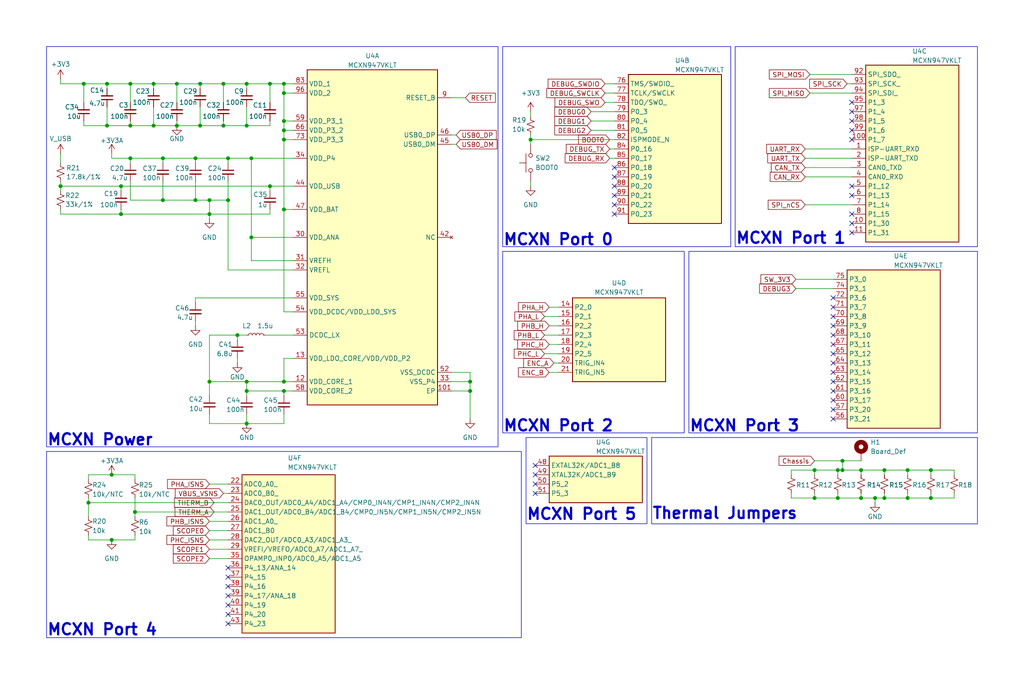
<source format=kicad_sch>
(kicad_sch (version 20250114) (generator "eeschema") (generator_version "9.0")
  (paper "User" 279.4 187.96)
  (title_block (title "OreSat Reaction Wheel Control Board (MCXN Version)") (rev "3") (company "Chris Kane-Pardy, Portland State Aerospace Society"))
  (lib_symbols
    (symbol "Device:C_Small" (pin_numbers (hide yes)) (pin_names (offset 0.254) (hide yes))
      (property "Reference" "C" (at 0.254 1.778 0))
      (property "Value" "C_Small" (at 0.254 -2.032 0))
      (symbol "C_Small_1_1"
        (pin passive line (at 0 2.54 270) (length 2.032) (name "~") (number "1"))
        (pin passive line (at 0 -2.54 90) (length 2.032) (name "~") (number "2"))
      )
    )
    (symbol "Device:L_Small" (pin_numbers (hide yes)) (pin_names (offset 0.254) (hide yes))
      (property "Reference" "L" (at 0.762 1.016 0))
      (property "Value" "L_Small" (at 0.762 -1.016 0))
      (symbol "L_Small_1_1"
        (pin passive line (at 0 2.54 270) (length 0.508) (name "~") (number "1"))
        (pin passive line (at 0 -2.54 90) (length 0.508) (name "~") (number "2"))
      )
    )
    (symbol "Device:R_Small_US" (pin_numbers (hide yes)) (pin_names (offset 0.254) (hide yes))
      (property "Reference" "R" (at 0.762 0.508 0))
      (property "Value" "R_Small_US" (at 0.762 -1.016 0))
      (symbol "R_Small_US_1_1"
        (pin passive line (at 0 2.54 270) (length 1.016) (name "~") (number "1"))
        (pin passive line (at 0 -2.54 90) (length 1.016) (name "~") (number "2"))
      )
    )
    (symbol "MCXN-rev-3-symbols:+3V3A" (power) (pin_names (offset 0))
      (property "Value" "+3V3A" (at 0 3.556 0))
      (symbol "+3V3A_1_1"
        (pin power_in line (at 0 0 90) (length 0) (hide yes) (name "+3V3A") (number "1"))
      )
    )
    (symbol "Mechanical:MountingHole_Pad" (pin_numbers (hide yes)) (pin_names (offset 1.016) (hide yes)) (in_bom no)
      (property "Reference" "H" (at 0 6.35 0))
      (property "Value" "MountingHole_Pad" (at 0 4.445 0))
      (symbol "MountingHole_Pad_1_1"
        (pin input line (at 0 -2.54 90) (length 2.54) (name "1") (number "1"))
      )
    )
    (symbol "Switch:SW_Push" (pin_numbers (hide yes)) (pin_names (offset 1.016) (hide yes))
      (property "Reference" "SW" (at 1.27 2.54 0))
      (property "Value" "SW_Push" (at 0 -1.524 0))
      (symbol "SW_Push_0_1"
        (pin passive line (at -5.08 0 0) (length 2.54) (name "1") (number "1"))
        (pin passive line (at 5.08 0 180) (length 2.54) (name "2") (number "2"))
      )
    )
    (symbol "oresat-ics:MCXN947VKLT"
      (property "Reference" "U" (at 0 49.022 0))
      (property "Value" "MCXN947VKLT" (at 0 46.99 0))
      (symbol "MCXN947VKLT_1_1"
        (pin power_in line (at -21.59 41.91 0) (length 3.81) (name "VDD_1") (number "83"))
        (pin power_in line (at -21.59 39.37 0) (length 3.81) (name "VDD_2") (number "96"))
        (pin power_in line (at -21.59 31.75 0) (length 3.81) (name "VDD_P3_1") (number "59"))
        (pin power_in line (at -21.59 29.21 0) (length 3.81) (name "VDD_P3_2") (number "66"))
        (pin power_in line (at -21.59 26.67 0) (length 3.81) (name "VDD_P3_3") (number "73"))
        (pin power_in line (at -21.59 21.59 0) (length 3.81) (name "VDD_P4") (number "34"))
        (pin power_in line (at -21.59 13.97 0) (length 3.81) (name "VDD_USB") (number "44"))
        (pin power_in line (at -21.59 7.62 0) (length 3.81) (name "VDD_BAT") (number "47"))
        (pin power_in line (at -21.59 0 0) (length 3.81) (name "VDD_ANA") (number "30"))
        (pin power_in line (at -21.59 -6.35 0) (length 3.81) (name "VREFH") (number "31"))
        (pin power_in line (at -21.59 -8.89 0) (length 3.81) (name "VREFL") (number "32"))
        (pin power_out line (at -21.59 -16.51 0) (length 3.81) (name "VDD_SYS") (number "55"))
        (pin power_in line (at -21.59 -20.32 0) (length 3.81) (name "VDD_DCDC/VDD_LDO_SYS") (number "54"))
        (pin power_out line (at -21.59 -26.67 0) (length 3.81) (name "DCDC_LX") (number "53"))
        (pin power_in line (at -21.59 -33.02 0) (length 3.81) (name "VDD_LDO_CORE/VDD/VDD_P2") (number "13"))
        (pin power_in line (at -21.59 -39.37 0) (length 3.81) (name "VDD_CORE_1") (number "12"))
        (pin power_in line (at -21.59 -41.91 0) (length 3.81) (name "VDD_CORE_2") (number "58"))
        (pin input line (at 21.59 38.1 180) (length 3.81) (name "RESET_B") (number "9"))
        (pin passive line (at 21.59 27.94 180) (length 3.81) (name "USB0_DP") (number "46"))
        (pin passive line (at 21.59 25.4 180) (length 3.81) (name "USB0_DM") (number "45"))
        (pin no_connect line (at 21.59 0 180) (length 3.81) (name "NC") (number "42"))
        (pin power_in line (at 21.59 -36.83 180) (length 3.81) (name "VSS_DCDC") (number "52"))
        (pin power_in line (at 21.59 -39.37 180) (length 3.81) (name "VSS_P4") (number "33"))
        (pin power_in line (at 21.59 -41.91 180) (length 3.81) (name "EP") (number "101"))
      )
      (symbol "MCXN947VKLT_2_1"
        (pin passive line (at -16.51 17.78 0) (length 3.81) (name "P0_0") (number "76") (alternate "TMS/SWDIO " passive line))
        (pin passive line (at -16.51 15.24 0) (length 3.81) (name "P0_1") (number "77") (alternate "TCLK/SWCLK" passive line))
        (pin passive line (at -16.51 12.7 0) (length 3.81) (name "P0_2") (number "78") (alternate "TDO/SWO " passive line))
        (pin passive line (at -16.51 10.16 0) (length 3.81) (name "P0_3") (number "79"))
        (pin passive line (at -16.51 7.62 0) (length 3.81) (name "P0_4") (number "80"))
        (pin passive line (at -16.51 5.08 0) (length 3.81) (name "P0_5") (number "81"))
        (pin passive line (at -16.51 2.54 0) (length 3.81) (name "P0_6") (number "82") (alternate "ISPMODE_N" passive line))
        (pin passive line (at -16.51 0 0) (length 3.81) (name "P0_16") (number "84"))
        (pin passive line (at -16.51 -2.54 0) (length 3.81) (name "P0_17") (number "85"))
        (pin passive line (at -16.51 -5.08 0) (length 3.81) (name "P0_18") (number "86"))
        (pin passive line (at -16.51 -7.62 0) (length 3.81) (name "P0_19") (number "87"))
        (pin passive line (at -16.51 -10.16 0) (length 3.81) (name "P0_20") (number "88"))
        (pin passive line (at -16.51 -12.7 0) (length 3.81) (name "P0_21") (number "89"))
        (pin passive line (at -16.51 -15.24 0) (length 3.81) (name "P0_22") (number "90"))
        (pin passive line (at -16.51 -17.78 0) (length 3.81) (name "P0_23") (number "91"))
      )
      (symbol "MCXN947VKLT_3_1"
        (pin passive line (at -16.51 21.59 0) (length 3.81) (name "P1_0") (number "92") (alternate "SPI_SDO " passive line))
        (pin passive line (at -16.51 19.05 0) (length 3.81) (name "P1_1") (number "93") (alternate "SPI_SCK " passive line))
        (pin passive line (at -16.51 16.51 0) (length 3.81) (name "P1_2") (number "94") (alternate "SPI_SDI " passive line))
        (pin passive line (at -16.51 13.97 0) (length 3.81) (name "P1_3") (number "95"))
        (pin passive line (at -16.51 11.43 0) (length 3.81) (name "P1_4") (number "97"))
        (pin passive line (at -16.51 8.89 0) (length 3.81) (name "P1_5") (number "98"))
        (pin passive line (at -16.51 6.35 0) (length 3.81) (name "P1_6") (number "99"))
        (pin passive line (at -16.51 3.81 0) (length 3.81) (name "P1_7") (number "100"))
        (pin passive line (at -16.51 1.27 0) (length 3.81) (name "P1_8") (number "1") (alternate "ISP-UART_RXD" passive line))
        (pin passive line (at -16.51 -1.27 0) (length 3.81) (name "P1_9") (number "2") (alternate "ISP-UART_TXD" passive line))
        (pin passive line (at -16.51 -3.81 0) (length 3.81) (name "P1_10") (number "3") (alternate "CAN0_TXD" passive line))
        (pin passive line (at -16.51 -6.35 0) (length 3.81) (name "P1_11") (number "4") (alternate "CAN0_RXD" passive line))
        (pin passive line (at -16.51 -8.89 0) (length 3.81) (name "P1_12") (number "5"))
        (pin passive line (at -16.51 -11.43 0) (length 3.81) (name "P1_13") (number "6"))
        (pin passive line (at -16.51 -13.97 0) (length 3.81) (name "P1_14") (number "7"))
        (pin passive line (at -16.51 -16.51 0) (length 3.81) (name "P1_15") (number "8"))
        (pin passive line (at -16.51 -19.05 0) (length 3.81) (name "P1_30") (number "10"))
        (pin passive line (at -16.51 -21.59 0) (length 3.81) (name "P1_31") (number "11"))
      )
      (symbol "MCXN947VKLT_4_1"
        (pin passive line (at -16.51 8.89 0) (length 3.81) (name "P2_0") (number "14") (alternate "TRIG_IN5" passive line))
        (pin passive line (at -16.51 6.35 0) (length 3.81) (name "P2_1") (number "15"))
        (pin passive line (at -16.51 3.81 0) (length 3.81) (name "P2_2") (number "16"))
        (pin passive line (at -16.51 1.27 0) (length 3.81) (name "P2_3") (number "17"))
        (pin passive line (at -16.51 -1.27 0) (length 3.81) (name "P2_4") (number "18"))
        (pin passive line (at -16.51 -3.81 0) (length 3.81) (name "P2_5") (number "19"))
        (pin passive line (at -16.51 -6.35 0) (length 3.81) (name "P2_6") (number "20") (alternate "TRIG_IN4" passive line))
        (pin passive line (at -16.51 -8.89 0) (length 3.81) (name "P2_7") (number "21") (alternate "TRIG_IN5" passive line))
      )
      (symbol "MCXN947VKLT_5_1"
        (pin passive line (at -16.51 19.05 0) (length 3.81) (name "P3_0") (number "75"))
        (pin passive line (at -16.51 16.51 0) (length 3.81) (name "P3_1") (number "74"))
        (pin passive line (at -16.51 13.97 0) (length 3.81) (name "P3_6") (number "72"))
        (pin passive line (at -16.51 11.43 0) (length 3.81) (name "P3_7") (number "71"))
        (pin passive line (at -16.51 8.89 0) (length 3.81) (name "P3_8") (number "70"))
        (pin passive line (at -16.51 6.35 0) (length 3.81) (name "P3_9") (number "69"))
        (pin passive line (at -16.51 3.81 0) (length 3.81) (name "P3_10") (number "68"))
        (pin passive line (at -16.51 1.27 0) (length 3.81) (name "P3_11") (number "67"))
        (pin passive line (at -16.51 -1.27 0) (length 3.81) (name "P3_12") (number "65"))
        (pin passive line (at -16.51 -3.81 0) (length 3.81) (name "P3_13") (number "64"))
        (pin passive line (at -16.51 -6.35 0) (length 3.81) (name "P3_14") (number "63"))
        (pin passive line (at -16.51 -8.89 0) (length 3.81) (name "P3_15") (number "62"))
        (pin passive line (at -16.51 -11.43 0) (length 3.81) (name "P3_16") (number "61"))
        (pin passive line (at -16.51 -13.97 0) (length 3.81) (name "P3_17") (number "60"))
        (pin passive line (at -16.51 -16.51 0) (length 3.81) (name "P3_20") (number "57"))
        (pin passive line (at -16.51 -19.05 0) (length 3.81) (name "P3_21") (number "56"))
      )
      (symbol "MCXN947VKLT_6_1"
        (pin passive line (at -16.51 19.05 0) (length 3.81) (name "P4_0/ANA_0") (number "22") (alternate "ADC0_A0 " passive line))
        (pin passive line (at -16.51 16.51 0) (length 3.81) (name "P4_1/ANA_1") (number "23") (alternate "ADC0_B0 " passive line))
        (pin passive line (at -16.51 13.97 0) (length 3.81) (name "P4_2") (number "24") (alternate "DAC0_OUT/ADC0_A4/ADC1_A4/CMP0_IN4N/CMP1_IN4N/CMP2_IN4N" passive line))
        (pin passive line (at -16.51 11.43 0) (length 3.81) (name "P4_3") (number "25") (alternate "DAC1_OUT/ADC0_B4/ADC1_B4/CMP0_IN5N/CMP1_IN5N/CMP2_IN5N" passive line))
        (pin passive line (at -16.51 8.89 0) (length 3.81) (name "P4_4/ANA_4") (number "26") (alternate "ADC1_A0 " passive line))
        (pin passive line (at -16.51 6.35 0) (length 3.81) (name "P4_5/ANA_5") (number "27") (alternate "ADC1_B0" passive line))
        (pin passive line (at -16.51 3.81 0) (length 3.81) (name "P4_6/ANA_6") (number "28") (alternate "DAC2_OUT/ADC0_A3/ADC1_A3 " passive line))
        (pin passive line (at -16.51 1.27 0) (length 3.81) (name "P4_7/ANA_7") (number "29") (alternate "VREFI/VREFO/ADC0_A7/ADC1_A7 " passive line))
        (pin passive line (at -16.51 -1.27 0) (length 3.81) (name "P4_12") (number "35") (alternate "CAN0_RXD" passive line) (alternate "OPAMP0_INP0/ADC0_A5/ADC1_A5" passive line))
        (pin passive line (at -16.51 -3.81 0) (length 3.81) (name "P4_13/ANA_14") (number "36") (alternate "CAN0_TXD" passive line))
        (pin passive line (at -16.51 -6.35 0) (length 3.81) (name "P4_15") (number "37"))
        (pin passive line (at -16.51 -8.89 0) (length 3.81) (name "P4_16") (number "38"))
        (pin passive line (at -16.51 -11.43 0) (length 3.81) (name "P4_17/ANA_18") (number "39"))
        (pin passive line (at -16.51 -13.97 0) (length 3.81) (name "P4_19") (number "40"))
        (pin passive line (at -16.51 -16.51 0) (length 3.81) (name "P4_20") (number "41"))
        (pin passive line (at -16.51 -19.05 0) (length 3.81) (name "P4_23") (number "43"))
      )
      (symbol "MCXN947VKLT_7_1"
        (pin passive line (at -16.51 3.81 0) (length 3.81) (name "P5_0") (number "48") (alternate "EXTAL32K/ADC1_B8" passive line))
        (pin passive line (at -16.51 1.27 0) (length 3.81) (name "P5_1") (number "49") (alternate "XTAL32K/ADC1_B9" passive line))
        (pin passive line (at -16.51 -1.27 0) (length 3.81) (name "P5_2") (number "50"))
        (pin passive line (at -16.51 -3.81 0) (length 3.81) (name "P5_3") (number "51"))
      )
    )
    (symbol "power:+3V3" (power) (pin_numbers (hide yes)) (pin_names (offset 0) (hide yes))
      (property "Value" "+3V3" (at 0 3.556 0))
      (symbol "+3V3_1_1"
        (pin power_in line (at 0 0 90) (length 0) (name "~") (number "1"))
      )
    )
    (symbol "power:GND" (power) (pin_numbers (hide yes)) (pin_names (offset 0) (hide yes))
      (property "Value" "GND" (at 0 -3.81 0))
      (symbol "GND_1_1"
        (pin power_in line (at 0 0 270) (length 0) (name "~") (number "1"))
      )
    )
  )
  (rectangle (start 187.96 68.58) (end 266.7 118.11))
  (rectangle (start 177.8 119.38) (end 266.7 142.9347))
  (rectangle (start 200.5924 12.6999) (end 266.7 67.3099))
  (rectangle (start 12.7 123.19) (end 142.24 173.99))
  (rectangle (start 137.16 68.58) (end 186.69 118.11))
  (rectangle (start 143.5316 119.3799) (end 176.53 142.9007))
  (rectangle (start 137.16 12.7) (end 199.39 67.31))
  (rectangle (start 12.7 12.7) (end 135.89 121.92))
  (text "MCXN Port 3" (at 187.96 118.11 0) (effects (font (size 3.048 3.048) (thickness 0.6096) (bold yes)) (justify left bottom)))
  (text "MCXN Port 0\n" (at 137.16 67.31 0) (effects (font (size 3.048 3.048) (thickness 0.6) (bold yes)) (justify left bottom)))
  (text "MCXN Port 4" (at 12.7 173.736 0) (effects (font (size 3.048 3.048) (thickness 0.6096) (bold yes)) (justify left bottom)))
  (text "Thermal Jumpers" (at 177.8 141.986 0) (effects (font (size 3.048 3.048) (thickness 0.6096) (bold yes)) (justify left bottom)))
  (text "MCXN Power" (at 12.7 121.92 0) (effects (font (size 3.048 3.048) (thickness 0.6096) (bold yes)) (justify left bottom)))
  (text "MCXN Port 1" (at 200.5924 66.9043 0) (effects (font (size 3.048 3.048) (thickness 0.6096) (bold yes)) (justify left bottom)))
  (text "MCXN Port 5" (at 143.51 142.24 0) (effects (font (size 3.048 3.048) (thickness 0.6096) (bold yes)) (justify left bottom)))
  (text "MCXN Port 2" (at 137.16 118.11 0) (effects (font (size 3.048 3.048) (thickness 0.6096) (bold yes)) (justify left bottom)))
  (junction (at 35.56 43.18))
  (junction (at 228.6 128.27))
  (junction (at 54.61 34.29))
  (junction (at 247.65 135.89))
  (junction (at 229.87 125.73))
  (junction (at 222.25 135.89))
  (junction (at 68.58 43.18))
  (junction (at 35.56 22.86))
  (junction (at 30.48 147.32))
  (junction (at 67.31 104.14))
  (junction (at 128.27 104.14))
  (junction (at 29.21 34.29))
  (junction (at 128.27 106.68))
  (junction (at 241.3 128.27))
  (junction (at 36.83 139.7))
  (junction (at 144.78 38.1))
  (junction (at 67.31 115.57))
  (junction (at 44.45 43.18))
  (junction (at 67.31 106.68))
  (junction (at 53.34 43.18))
  (junction (at 44.45 54.61))
  (junction (at 229.87 128.27))
  (junction (at 68.58 64.77))
  (junction (at 16.51 50.8))
  (junction (at 33.02 58.42))
  (junction (at 62.23 43.18))
  (junction (at 73.66 50.8))
  (junction (at 54.61 22.86))
  (junction (at 234.95 135.89))
  (junction (at 77.47 106.68))
  (junction (at 57.15 104.14))
  (junction (at 60.96 34.29))
  (junction (at 67.31 22.86))
  (junction (at 77.47 57.15))
  (junction (at 53.34 54.61))
  (junction (at 41.91 22.86))
  (junction (at 77.47 35.56))
  (junction (at 238.76 135.89))
  (junction (at 24.13 137.16))
  (junction (at 41.91 34.29))
  (junction (at 57.15 58.42))
  (junction (at 29.21 22.86))
  (junction (at 67.31 34.29))
  (junction (at 77.47 22.86))
  (junction (at 254 135.89))
  (junction (at 33.02 50.8))
  (junction (at 254 128.27))
  (junction (at 234.95 128.27))
  (junction (at 241.3 135.89))
  (junction (at 57.15 54.61))
  (junction (at 22.86 22.86))
  (junction (at 30.48 129.54))
  (junction (at 62.23 54.61))
  (junction (at 77.47 104.14))
  (junction (at 48.26 22.86))
  (junction (at 77.47 25.4))
  (junction (at 64.77 91.44))
  (junction (at 35.56 34.29))
  (junction (at 77.47 33.02))
  (junction (at 77.47 38.1))
  (junction (at 73.66 22.86))
  (junction (at 48.26 34.29))
  (junction (at 222.25 128.27))
  (junction (at 228.6 135.89))
  (junction (at 247.65 128.27))
  (junction (at 60.96 22.86))
  (no_connect (at 146.05 129.54))
  (no_connect (at 62.23 160.02))
  (no_connect (at 227.33 111.76))
  (no_connect (at 232.41 60.96))
  (no_connect (at 167.64 45.72))
  (no_connect (at 227.33 104.14))
  (no_connect (at 227.33 91.44))
  (no_connect (at 227.33 114.3))
  (no_connect (at 232.41 30.48))
  (no_connect (at 146.05 134.62))
  (no_connect (at 232.41 53.34))
  (no_connect (at 62.23 170.18))
  (no_connect (at 232.41 63.5))
  (no_connect (at 62.23 154.94))
  (no_connect (at 227.33 93.98))
  (no_connect (at 62.23 157.48))
  (no_connect (at 167.64 55.88))
  (no_connect (at 227.33 99.06))
  (no_connect (at 232.41 35.56))
  (no_connect (at 227.33 96.52))
  (no_connect (at 227.33 81.28))
  (no_connect (at 146.05 132.08))
  (no_connect (at 232.41 27.94))
  (no_connect (at 227.33 88.9))
  (no_connect (at 227.33 109.22))
  (no_connect (at 232.41 58.42))
  (no_connect (at 167.64 53.34))
  (no_connect (at 227.33 83.82))
  (no_connect (at 232.41 50.8))
  (no_connect (at 167.64 48.26))
  (no_connect (at 232.41 33.02))
  (no_connect (at 167.64 50.8))
  (no_connect (at 62.23 162.56))
  (no_connect (at 227.33 86.36))
  (no_connect (at 167.64 58.42))
  (no_connect (at 227.33 106.68))
  (no_connect (at 62.23 167.64))
  (no_connect (at 62.23 165.1))
  (no_connect (at 146.05 127))
  (no_connect (at 232.41 38.1))
  (no_connect (at 227.33 101.6))
  (wire (pts (xy 67.31 115.57) (xy 77.47 115.57)))
  (wire (pts (xy 57.15 91.44) (xy 57.15 104.14)))
  (wire (pts (xy 232.41 55.88) (xy 219.71 55.88)))
  (wire (pts (xy 73.66 50.8) (xy 80.01 50.8)))
  (wire (pts (xy 33.02 58.42) (xy 57.15 58.42)))
  (wire (pts (xy 24.13 137.16) (xy 24.13 140.97)))
  (wire (pts (xy 24.13 137.16) (xy 62.23 137.16)))
  (wire (pts (xy 77.47 35.56) (xy 80.01 35.56)))
  (wire (pts (xy 247.65 135.89) (xy 247.65 134.62)))
  (wire (pts (xy 77.47 97.79) (xy 77.47 104.14)))
  (wire (pts (xy 80.01 22.86) (xy 77.47 22.86)))
  (wire (pts (xy 215.9 129.54) (xy 215.9 128.27)))
  (wire (pts (xy 80.01 57.15) (xy 77.47 57.15)))
  (wire (pts (xy 53.34 43.18) (xy 62.23 43.18)))
  (wire (pts (xy 35.56 22.86) (xy 41.91 22.86)))
  (wire (pts (xy 48.26 33.02) (xy 48.26 34.29)))
  (wire (pts (xy 232.41 40.64) (xy 219.71 40.64)))
  (wire (pts (xy 234.95 135.89) (xy 234.95 134.62)))
  (wire (pts (xy 80.01 73.66) (xy 62.23 73.66)))
  (wire (pts (xy 35.56 44.45) (xy 35.56 43.18)))
  (wire (pts (xy 57.15 54.61) (xy 53.34 54.61)))
  (wire (pts (xy 44.45 43.18) (xy 53.34 43.18)))
  (wire (pts (xy 73.66 22.86) (xy 77.47 22.86)))
  (wire (pts (xy 54.61 29.21) (xy 54.61 34.29)))
  (wire (pts (xy 44.45 49.53) (xy 44.45 54.61)))
  (wire (pts (xy 41.91 22.86) (xy 48.26 22.86)))
  (wire (pts (xy 128.27 106.68) (xy 128.27 104.14)))
  (wire (pts (xy 54.61 24.13) (xy 54.61 22.86)))
  (wire (pts (xy 123.19 106.68) (xy 128.27 106.68)))
  (wire (pts (xy 44.45 54.61) (xy 35.56 54.61)))
  (wire (pts (xy 24.13 147.32) (xy 30.48 147.32)))
  (wire (pts (xy 77.47 38.1) (xy 80.01 38.1)))
  (wire (pts (xy 24.13 129.54) (xy 30.48 129.54)))
  (wire (pts (xy 73.66 27.94) (xy 73.66 22.86)))
  (wire (pts (xy 144.78 30.48) (xy 144.78 31.75)))
  (wire (pts (xy 36.83 146.05) (xy 36.83 147.32)))
  (wire (pts (xy 165.1 27.94) (xy 167.64 27.94)))
  (wire (pts (xy 67.31 29.21) (xy 67.31 34.29)))
  (wire (pts (xy 220.98 20.32) (xy 232.41 20.32)))
  (wire (pts (xy 36.83 140.97) (xy 36.83 139.7)))
  (wire (pts (xy 152.4 93.98) (xy 149.86 93.98)))
  (wire (pts (xy 77.47 38.1) (xy 77.47 35.56)))
  (wire (pts (xy 44.45 43.18) (xy 44.45 44.45)))
  (wire (pts (xy 215.9 135.89) (xy 215.9 134.62)))
  (wire (pts (xy 62.23 54.61) (xy 57.15 54.61)))
  (wire (pts (xy 60.96 34.29) (xy 60.96 33.02)))
  (wire (pts (xy 123.19 101.6) (xy 128.27 101.6)))
  (wire (pts (xy 152.4 83.82) (xy 149.86 83.82)))
  (wire (pts (xy 222.25 135.89) (xy 222.25 134.62)))
  (wire (pts (xy 229.87 125.73) (xy 234.95 125.73)))
  (wire (pts (xy 77.47 104.14) (xy 80.01 104.14)))
  (wire (pts (xy 35.56 27.94) (xy 35.56 22.86)))
  (wire (pts (xy 77.47 57.15) (xy 77.47 85.09)))
  (wire (pts (xy 254 135.89) (xy 260.35 135.89)))
  (wire (pts (xy 67.31 106.68) (xy 67.31 104.14)))
  (wire (pts (xy 67.31 34.29) (xy 73.66 34.29)))
  (wire (pts (xy 254 135.89) (xy 254 134.62)))
  (wire (pts (xy 16.51 41.91) (xy 16.51 44.45)))
  (wire (pts (xy 41.91 34.29) (xy 41.91 29.21)))
  (wire (pts (xy 229.87 128.27) (xy 234.95 128.27)))
  (wire (pts (xy 144.78 38.1) (xy 167.64 38.1)))
  (wire (pts (xy 53.34 81.28) (xy 80.01 81.28)))
  (wire (pts (xy 222.25 125.73) (xy 229.87 125.73)))
  (wire (pts (xy 222.25 129.54) (xy 222.25 128.27)))
  (wire (pts (xy 57.15 104.14) (xy 57.15 107.95)))
  (wire (pts (xy 57.15 147.32) (xy 62.23 147.32)))
  (wire (pts (xy 254 129.54) (xy 254 128.27)))
  (wire (pts (xy 241.3 135.89) (xy 241.3 134.62)))
  (wire (pts (xy 227.33 78.74) (xy 217.17 78.74)))
  (wire (pts (xy 247.65 128.27) (xy 254 128.27)))
  (wire (pts (xy 123.19 39.37) (xy 124.46 39.37)))
  (wire (pts (xy 77.47 25.4) (xy 80.01 25.4)))
  (wire (pts (xy 54.61 34.29) (xy 60.96 34.29)))
  (wire (pts (xy 232.41 43.18) (xy 219.71 43.18)))
  (wire (pts (xy 148.59 96.52) (xy 152.4 96.52)))
  (wire (pts (xy 80.01 33.02) (xy 77.47 33.02)))
  (wire (pts (xy 67.31 104.14) (xy 77.47 104.14)))
  (wire (pts (xy 128.27 104.14) (xy 128.27 101.6)))
  (wire (pts (xy 57.15 149.86) (xy 62.23 149.86)))
  (wire (pts (xy 29.21 24.13) (xy 29.21 22.86)))
  (wire (pts (xy 24.13 135.89) (xy 24.13 137.16)))
  (wire (pts (xy 22.86 22.86) (xy 22.86 27.94)))
  (wire (pts (xy 234.95 128.27) (xy 241.3 128.27)))
  (wire (pts (xy 68.58 43.18) (xy 80.01 43.18)))
  (wire (pts (xy 234.95 135.89) (xy 238.76 135.89)))
  (wire (pts (xy 16.51 49.53) (xy 16.51 50.8)))
  (wire (pts (xy 241.3 135.89) (xy 247.65 135.89)))
  (wire (pts (xy 228.6 135.89) (xy 228.6 134.62)))
  (wire (pts (xy 123.19 26.67) (xy 127 26.67)))
  (wire (pts (xy 62.23 44.45) (xy 62.23 43.18)))
  (wire (pts (xy 77.47 33.02) (xy 77.47 25.4)))
  (wire (pts (xy 68.58 71.12) (xy 68.58 64.77)))
  (wire (pts (xy 36.83 135.89) (xy 36.83 139.7)))
  (wire (pts (xy 144.78 38.1) (xy 144.78 39.37)))
  (wire (pts (xy 148.59 91.44) (xy 152.4 91.44)))
  (wire (pts (xy 123.19 104.14) (xy 128.27 104.14)))
  (wire (pts (xy 228.6 129.54) (xy 228.6 128.27)))
  (wire (pts (xy 57.15 115.57) (xy 57.15 113.03)))
  (wire (pts (xy 232.41 45.72) (xy 219.71 45.72)))
  (wire (pts (xy 53.34 49.53) (xy 53.34 54.61)))
  (wire (pts (xy 22.86 22.86) (xy 29.21 22.86)))
  (wire (pts (xy 215.9 128.27) (xy 222.25 128.27)))
  (wire (pts (xy 73.66 33.02) (xy 73.66 34.29)))
  (wire (pts (xy 29.21 34.29) (xy 35.56 34.29)))
  (wire (pts (xy 53.34 43.18) (xy 53.34 44.45)))
  (wire (pts (xy 165.1 22.86) (xy 167.64 22.86)))
  (wire (pts (xy 35.56 34.29) (xy 41.91 34.29)))
  (wire (pts (xy 30.48 129.54) (xy 36.83 129.54)))
  (wire (pts (xy 231.14 22.86) (xy 232.41 22.86)))
  (wire (pts (xy 62.23 73.66) (xy 62.23 54.61)))
  (wire (pts (xy 41.91 34.29) (xy 48.26 34.29)))
  (wire (pts (xy 228.6 128.27) (xy 229.87 128.27)))
  (wire (pts (xy 64.77 92.71) (xy 64.77 91.44)))
  (wire (pts (xy 241.3 129.54) (xy 241.3 128.27)))
  (wire (pts (xy 57.15 54.61) (xy 57.15 58.42)))
  (wire (pts (xy 77.47 35.56) (xy 77.47 33.02)))
  (wire (pts (xy 57.15 152.4) (xy 62.23 152.4)))
  (wire (pts (xy 80.01 64.77) (xy 68.58 64.77)))
  (wire (pts (xy 77.47 115.57) (xy 77.47 113.03)))
  (wire (pts (xy 152.4 88.9) (xy 149.86 88.9)))
  (wire (pts (xy 220.98 25.4) (xy 232.41 25.4)))
  (wire (pts (xy 54.61 22.86) (xy 60.96 22.86)))
  (wire (pts (xy 16.51 52.07) (xy 16.51 50.8)))
  (wire (pts (xy 67.31 107.95) (xy 67.31 106.68)))
  (wire (pts (xy 16.51 58.42) (xy 33.02 58.42)))
  (wire (pts (xy 36.83 129.54) (xy 36.83 130.81)))
  (wire (pts (xy 222.25 128.27) (xy 228.6 128.27)))
  (wire (pts (xy 67.31 106.68) (xy 77.47 106.68)))
  (wire (pts (xy 16.51 58.42) (xy 16.51 57.15)))
  (wire (pts (xy 72.39 91.44) (xy 80.01 91.44)))
  (wire (pts (xy 228.6 135.89) (xy 234.95 135.89)))
  (wire (pts (xy 33.02 57.15) (xy 33.02 58.42)))
  (wire (pts (xy 77.47 22.86) (xy 77.47 25.4)))
  (wire (pts (xy 123.19 36.83) (xy 124.46 36.83)))
  (wire (pts (xy 57.15 115.57) (xy 67.31 115.57)))
  (wire (pts (xy 16.51 22.86) (xy 22.86 22.86)))
  (wire (pts (xy 24.13 130.81) (xy 24.13 129.54)))
  (wire (pts (xy 247.65 135.89) (xy 254 135.89)))
  (wire (pts (xy 36.83 139.7) (xy 62.23 139.7)))
  (wire (pts (xy 30.48 43.18) (xy 35.56 43.18)))
  (wire (pts (xy 22.86 33.02) (xy 22.86 34.29)))
  (wire (pts (xy 67.31 115.57) (xy 67.31 113.03)))
  (wire (pts (xy 53.34 54.61) (xy 44.45 54.61)))
  (wire (pts (xy 53.34 81.28) (xy 53.34 82.55)))
  (wire (pts (xy 60.96 22.86) (xy 67.31 22.86)))
  (wire (pts (xy 48.26 22.86) (xy 54.61 22.86)))
  (wire (pts (xy 35.56 43.18) (xy 44.45 43.18)))
  (wire (pts (xy 48.26 27.94) (xy 48.26 22.86)))
  (wire (pts (xy 57.15 58.42) (xy 73.66 58.42)))
  (wire (pts (xy 22.86 34.29) (xy 29.21 34.29)))
  (wire (pts (xy 64.77 91.44) (xy 57.15 91.44)))
  (wire (pts (xy 53.34 87.63) (xy 53.34 88.9)))
  (wire (pts (xy 24.13 147.32) (xy 24.13 146.05)))
  (wire (pts (xy 57.15 58.42) (xy 57.15 59.69)))
  (wire (pts (xy 80.01 97.79) (xy 77.47 97.79)))
  (wire (pts (xy 30.48 43.18) (xy 30.48 41.91)))
  (wire (pts (xy 41.91 24.13) (xy 41.91 22.86)))
  (wire (pts (xy 232.41 48.26) (xy 219.71 48.26)))
  (wire (pts (xy 62.23 144.78) (xy 57.15 144.78)))
  (wire (pts (xy 33.02 50.8) (xy 73.66 50.8)))
  (wire (pts (xy 60.96 34.29) (xy 67.31 34.29)))
  (wire (pts (xy 167.64 35.56) (xy 161.29 35.56)))
  (wire (pts (xy 35.56 33.02) (xy 35.56 34.29)))
  (wire (pts (xy 167.64 30.48) (xy 161.29 30.48)))
  (wire (pts (xy 167.64 33.02) (xy 161.29 33.02)))
  (wire (pts (xy 62.23 134.62) (xy 60.96 134.62)))
  (wire (pts (xy 144.78 36.83) (xy 144.78 38.1)))
  (wire (pts (xy 260.35 135.89) (xy 260.35 134.62)))
  (wire (pts (xy 77.47 106.68) (xy 80.01 106.68)))
  (wire (pts (xy 77.47 107.95) (xy 77.47 106.68)))
  (wire (pts (xy 222.25 135.89) (xy 228.6 135.89)))
  (wire (pts (xy 148.59 86.36) (xy 152.4 86.36)))
  (wire (pts (xy 217.17 76.2) (xy 227.33 76.2)))
  (wire (pts (xy 241.3 128.27) (xy 247.65 128.27)))
  (wire (pts (xy 238.76 137.16) (xy 238.76 135.89)))
  (wire (pts (xy 128.27 114.3) (xy 128.27 106.68)))
  (wire (pts (xy 35.56 54.61) (xy 35.56 49.53)))
  (wire (pts (xy 67.31 24.13) (xy 67.31 22.86)))
  (wire (pts (xy 64.77 97.79) (xy 64.77 99.06)))
  (wire (pts (xy 260.35 129.54) (xy 260.35 128.27)))
  (wire (pts (xy 73.66 57.15) (xy 73.66 58.42)))
  (wire (pts (xy 62.23 43.18) (xy 68.58 43.18)))
  (wire (pts (xy 16.51 22.86) (xy 16.51 21.59)))
  (wire (pts (xy 16.51 50.8) (xy 33.02 50.8)))
  (wire (pts (xy 229.87 125.73) (xy 229.87 128.27)))
  (wire (pts (xy 57.15 104.14) (xy 67.31 104.14)))
  (wire (pts (xy 234.95 129.54) (xy 234.95 128.27)))
  (wire (pts (xy 48.26 34.29) (xy 54.61 34.29)))
  (wire (pts (xy 149.86 101.6) (xy 152.4 101.6)))
  (wire (pts (xy 260.35 128.27) (xy 254 128.27)))
  (wire (pts (xy 151.13 99.06) (xy 152.4 99.06)))
  (wire (pts (xy 80.01 71.12) (xy 68.58 71.12)))
  (wire (pts (xy 73.66 50.8) (xy 73.66 52.07)))
  (wire (pts (xy 33.02 50.8) (xy 33.02 52.07)))
  (wire (pts (xy 166.37 43.18) (xy 167.64 43.18)))
  (wire (pts (xy 30.48 147.32) (xy 36.83 147.32)))
  (wire (pts (xy 62.23 54.61) (xy 62.23 49.53)))
  (wire (pts (xy 166.37 40.64) (xy 167.64 40.64)))
  (wire (pts (xy 77.47 85.09) (xy 80.01 85.09)))
  (wire (pts (xy 29.21 22.86) (xy 35.56 22.86)))
  (wire (pts (xy 60.96 27.94) (xy 60.96 22.86)))
  (wire (pts (xy 238.76 135.89) (xy 241.3 135.89)))
  (wire (pts (xy 29.21 34.29) (xy 29.21 29.21)))
  (wire (pts (xy 165.1 25.4) (xy 167.64 25.4)))
  (wire (pts (xy 68.58 43.18) (xy 68.58 64.77)))
  (wire (pts (xy 64.77 91.44) (xy 67.31 91.44)))
  (wire (pts (xy 247.65 129.54) (xy 247.65 128.27)))
  (wire (pts (xy 62.23 142.24) (xy 57.15 142.24)))
  (wire (pts (xy 62.23 132.08) (xy 57.15 132.08)))
  (wire (pts (xy 144.78 49.53) (xy 144.78 50.8)))
  (wire (pts (xy 215.9 135.89) (xy 222.25 135.89)))
  (wire (pts (xy 77.47 38.1) (xy 77.47 57.15)))
  (wire (pts (xy 67.31 22.86) (xy 73.66 22.86)))
  (global_label "PHC_H" (shape input) (at 149.86 93.98 180) (property "Intersheetrefs" "${INTERSHEET_REFS}" (effects (hide yes))))
  (global_label "PHA_H" (shape input) (at 149.86 83.82 180) (property "Intersheetrefs" "${INTERSHEET_REFS}" (effects (hide yes))))
  (global_label "Chassis" (shape input) (at 222.25 125.73 180) (property "Intersheetrefs" "${INTERSHEET_REFS}" (effects (hide yes))))
  (global_label "THERM_B" (shape input) (at 58.42 137.16 180) (property "Intersheetrefs" "${INTERSHEET_REFS}" (effects (hide yes))))
  (global_label "DEBUG1" (shape input) (at 161.29 33.02 180) (property "Intersheetrefs" "${INTERSHEET_REFS}" (effects (hide yes))))
  (global_label "DEBUG2" (shape input) (at 161.29 35.56 180) (property "Intersheetrefs" "${INTERSHEET_REFS}" (effects (hide yes))))
  (global_label "PHB_L" (shape input) (at 148.59 91.44 180) (property "Intersheetrefs" "${INTERSHEET_REFS}" (effects (hide yes))))
  (global_label "SCOPE0" (shape input) (at 57.15 144.78 180) (property "Intersheetrefs" "${INTERSHEET_REFS}" (effects (hide yes))))
  (global_label "PHB_ISNS" (shape input) (at 57.15 142.24 180) (property "Intersheetrefs" "${INTERSHEET_REFS}" (effects (hide yes))))
  (global_label "BOOT0" (shape input) (at 166.37 38.1 180) (property "Intersheetrefs" "${INTERSHEET_REFS}" (effects (hide yes))))
  (global_label "DEBUG_SWDIO" (shape input) (at 165.1 22.86 180) (property "Intersheetrefs" "${INTERSHEET_REFS}" (effects (hide yes))))
  (global_label "DEBUG_SWCLK" (shape input) (at 165.1 25.4 180) (property "Intersheetrefs" "${INTERSHEET_REFS}" (effects (hide yes))))
  (global_label "DEBUG_RX" (shape input) (at 166.37 43.18 180) (property "Intersheetrefs" "${INTERSHEET_REFS}" (effects (hide yes))))
  (global_label "UART_RX" (shape input) (at 219.71 40.64 180) (property "Intersheetrefs" "${INTERSHEET_REFS}" (effects (hide yes))))
  (global_label "DEBUG_SWO" (shape input) (at 165.1 27.94 180) (property "Intersheetrefs" "${INTERSHEET_REFS}" (effects (hide yes))))
  (global_label "DEBUG_TX" (shape input) (at 166.37 40.64 180) (property "Intersheetrefs" "${INTERSHEET_REFS}" (effects (hide yes))))
  (global_label "USB0_DM" (shape input) (at 124.46 39.37 0) (property "Intersheetrefs" "${INTERSHEET_REFS}" (effects (hide yes))))
  (global_label "SCOPE1" (shape input) (at 57.15 149.86 180) (property "Intersheetrefs" "${INTERSHEET_REFS}" (effects (hide yes))))
  (global_label "PHC_L" (shape input) (at 148.59 96.52 180) (property "Intersheetrefs" "${INTERSHEET_REFS}" (effects (hide yes))))
  (global_label "SPI_MOSI" (shape input) (at 220.98 20.32 180) (property "Intersheetrefs" "${INTERSHEET_REFS}" (effects (hide yes))))
  (global_label "PHB_H" (shape input) (at 149.86 88.9 180) (property "Intersheetrefs" "${INTERSHEET_REFS}" (effects (hide yes))))
  (global_label "PHA_ISNS" (shape input) (at 57.15 132.08 180) (property "Intersheetrefs" "${INTERSHEET_REFS}" (effects (hide yes))))
  (global_label "PHA_L" (shape input) (at 148.59 86.36 180) (property "Intersheetrefs" "${INTERSHEET_REFS}" (effects (hide yes))))
  (global_label "CAN_RX" (shape input) (at 219.71 48.26 180) (property "Intersheetrefs" "${INTERSHEET_REFS}" (effects (hide yes))))
  (global_label "VBUS_VSNS" (shape input) (at 60.96 134.62 180) (property "Intersheetrefs" "${INTERSHEET_REFS}" (effects (hide yes))))
  (global_label "PHC_ISNS" (shape input) (at 57.15 147.32 180) (property "Intersheetrefs" "${INTERSHEET_REFS}" (effects (hide yes))))
  (global_label "SPI_MISO" (shape input) (at 220.98 25.4 180) (property "Intersheetrefs" "${INTERSHEET_REFS}" (effects (hide yes))))
  (global_label "RESET" (shape input) (at 127 26.67 0) (property "Intersheetrefs" "${INTERSHEET_REFS}" (effects (hide yes))))
  (global_label "DEBUG0" (shape input) (at 161.29 30.48 180) (property "Intersheetrefs" "${INTERSHEET_REFS}" (effects (hide yes))))
  (global_label "UART_TX" (shape input) (at 219.71 43.18 180) (property "Intersheetrefs" "${INTERSHEET_REFS}" (effects (hide yes))))
  (global_label "SPI_nCS" (shape input) (at 219.71 55.88 180) (property "Intersheetrefs" "${INTERSHEET_REFS}" (effects (hide yes))))
  (global_label "USB0_DP" (shape input) (at 124.46 36.83 0) (property "Intersheetrefs" "${INTERSHEET_REFS}" (effects (hide yes))))
  (global_label "THERM_A" (shape input) (at 58.42 139.7 180) (property "Intersheetrefs" "${INTERSHEET_REFS}" (effects (hide yes))))
  (global_label "CAN_TX" (shape input) (at 219.71 45.72 180) (property "Intersheetrefs" "${INTERSHEET_REFS}" (effects (hide yes))))
  (global_label "SW_3V3" (shape input) (at 217.17 76.2 180) (property "Intersheetrefs" "${INTERSHEET_REFS}" (effects (hide yes))))
  (global_label "DEBUG3" (shape input) (at 217.17 78.74 180) (property "Intersheetrefs" "${INTERSHEET_REFS}" (effects (hide yes))))
  (global_label "ENC_B" (shape input) (at 149.86 101.6 180) (property "Intersheetrefs" "${INTERSHEET_REFS}" (effects (hide yes))))
  (global_label "ENC_A" (shape input) (at 151.13 99.06 180) (property "Intersheetrefs" "${INTERSHEET_REFS}" (effects (hide yes))))
  (global_label "SCOPE2" (shape input) (at 57.15 152.4 180) (property "Intersheetrefs" "${INTERSHEET_REFS}" (effects (hide yes))))
  (global_label "SPI_SCK" (shape input) (at 231.14 22.86 180) (property "Intersheetrefs" "${INTERSHEET_REFS}" (effects (hide yes))))
  (symbol (lib_id "Device:C_Small") (at 67.31 110.49 0) (unit 1)
    (property "Reference" "C44" (at 61.722 109.22 0) (effects (justify left)))
    (property "Value" "100n" (at 61.722 111.76 0) (effects (justify left)))
    (property "Footprint" "Capacitor_SMD:C_0402_1005Metric" (effects (hide yes)))
    (property "Datasheet" "https://search.murata.co.jp/Ceramy/image/img/A01X/G101/ENG/GRM155R61A104KA01-01.pdf" (effects (hide yes)))
    (property "Description" "Unpolarized capacitor, small symbol" (effects (hide yes)))
    (property "Dist" "Digikey" (effects (hide yes)))
    (property "Dist P/N" "490-6297-2-ND" (effects (hide yes)))
    (property "Mfg" "Murata Electronics" (effects (hide yes)))
    (property "Mfg P/N" "GRM155R61A104KA01J" (effects (hide yes)))
  )
  (symbol (lib_id "power:+3V3") (at 144.78 30.48 0) (unit 1)
    (property "Reference" "#PWR016" (effects (hide yes)))
    (property "Value" "+3V3" (at 144.78 25.4 0))
  )
  (symbol (lib_id "Device:R_Small_US") (at 241.3 132.08 0) (unit 1)
    (property "Reference" "R15" (at 242.57 132.334 0) (effects (justify left)))
    (property "Value" "THJP1206ABT1" (effects (hide yes)))
    (property "Footprint" "Resistor_SMD:R_1206_3216Metric" (effects (hide yes)))
    (property "Datasheet" "https://www.vishay.com/docs/60157/thjp.pdf" (effects (hide yes)))
    (property "Dist" "Digikey" (effects (hide yes)))
    (property "Dist P/N" "764-THJP1206ABT1TR-ND" (effects (hide yes)))
    (property "Mfg" "Vishay" (effects (hide yes)))
    (property "Mfg P/N" "THJP1206ABT1" (effects (hide yes)))
  )
  (symbol (lib_id "Device:R_Small_US") (at 247.65 132.08 0) (unit 1)
    (property "Reference" "R16" (at 248.92 132.334 0) (effects (justify left)))
    (property "Value" "THJP1206ABT1" (effects (hide yes)))
    (property "Footprint" "Resistor_SMD:R_1206_3216Metric" (effects (hide yes)))
    (property "Datasheet" "https://www.vishay.com/docs/60157/thjp.pdf" (effects (hide yes)))
    (property "Dist" "Digikey" (effects (hide yes)))
    (property "Dist P/N" "764-THJP1206ABT1TR-ND" (effects (hide yes)))
    (property "Mfg" "Vishay" (effects (hide yes)))
    (property "Mfg P/N" "THJP1206ABT1" (effects (hide yes)))
  )
  (symbol (lib_id "oresat-ics:MCXN947VKLT") (at 78.74 151.13 0) (unit 6)
    (property "Reference" "U4" (at 78.486 124.968 0) (effects (justify left)))
    (property "Value" "MCXN947VKLT" (at 78.486 127.508 0) (effects (justify left)))
    (property "Footprint" "oresat-ics:MCXN947KVLT-QFP50P1600X1600X160-101N" (effects (hide yes)))
    (property "Datasheet" "https://www.nxp.com/docs/en/data-sheet/MCXNx4xDS.pdf" (effects (hide yes)))
    (property "Description" "ARM Microcontrollers - MCU MCXN10, 100HLQFP (also MCXN947VNLT)" (effects (hide yes)))
    (property "MFR" "NXP" (effects (hide yes)))
    (property "MPN" "MCXN947VKLT" (effects (hide yes)))
    (property "Mfg" "NXP" (effects (hide yes)))
    (property "Mfg P/N" "MCXN947VKLT" (effects (hide yes)))
    (pin "23" (alternate "ADC0_B0 "))
    (pin "22" (alternate "ADC0_A0 "))
    (pin "25" (alternate "DAC1_OUT/ADC0_B4/ADC1_B4/CMP0_IN5N/CMP1_IN5N/CMP2_IN5N"))
    (pin "24" (alternate "DAC0_OUT/ADC0_A4/ADC1_A4/CMP0_IN4N/CMP1_IN4N/CMP2_IN4N"))
    (pin "26" (alternate "ADC1_A0 "))
    (pin "28" (alternate "DAC2_OUT/ADC0_A3/ADC1_A3 "))
    (pin "29" (alternate "VREFI/VREFO/ADC0_A7/ADC1_A7 "))
    (pin "27" (alternate "ADC1_B0"))
    (pin "35" (alternate "OPAMP0_INP0/ADC0_A5/ADC1_A5"))
  )
  (symbol (lib_id "power:GND") (at 64.77 99.06 0) (unit 1)
    (property "Reference" "#PWR010" (effects (hide yes)))
    (property "Value" "GND" (at 64.77 102.87 0))
    (property "Description" "Power symbol creates a global label with name \"GND\" , ground" (effects (hide yes)))
  )
  (symbol (lib_id "Device:R_Small_US") (at 215.9 132.08 0) (unit 1)
    (property "Reference" "R11" (at 217.17 132.334 0) (effects (justify left)))
    (property "Value" "THJP1206ABT1" (effects (hide yes)))
    (property "Footprint" "Resistor_SMD:R_1206_3216Metric" (effects (hide yes)))
    (property "Datasheet" "https://www.vishay.com/docs/60157/thjp.pdf" (effects (hide yes)))
    (property "Dist" "Digikey" (effects (hide yes)))
    (property "Dist P/N" "764-THJP1206ABT1TR-ND" (effects (hide yes)))
    (property "Mfg" "Vishay" (effects (hide yes)))
    (property "Mfg P/N" "THJP1206ABT1" (effects (hide yes)))
  )
  (symbol (lib_id "MCXN-rev-3-symbols:+3V3A") (at 30.48 129.54 0) (unit 1)
    (property "Reference" "#PWR0117" (effects (hide yes)))
    (property "Value" "+3V3A" (at 30.48 125.73 0))
    (property "Description" "Power symbol creates a global label with name \"+3V3\"" (effects (hide yes)))
  )
  (symbol (lib_id "power:GND") (at 67.31 115.57 0) (unit 1)
    (property "Reference" "#PWR011" (effects (hide yes)))
    (property "Value" "GND" (at 67.31 119.38 0))
    (property "Description" "Power symbol creates a global label with name \"GND\" , ground" (effects (hide yes)))
  )
  (symbol (lib_id "Device:C_Small") (at 53.34 46.99 0) (unit 1)
    (property "Reference" "C39" (at 47.752 45.974 0) (effects (justify left)))
    (property "Value" "100n" (at 47.752 48.514 0) (effects (justify left)))
    (property "Footprint" "Capacitor_SMD:C_0402_1005Metric" (effects (hide yes)))
    (property "Datasheet" "https://search.murata.co.jp/Ceramy/image/img/A01X/G101/ENG/GRM155R61A104KA01-01.pdf" (effects (hide yes)))
    (property "Dist" "Digikey" (effects (hide yes)))
    (property "Dist P/N" "490-6297-2-ND" (effects (hide yes)))
    (property "Mfg" "Murata Electronics" (effects (hide yes)))
    (property "Mfg P/N" "GRM155R61A104KA01J" (effects (hide yes)))
  )
  (symbol (lib_id "Device:C_Small") (at 73.66 30.48 0) (mirror x) (unit 1)
    (property "Reference" "C11" (at 72.898 28.702 0) (effects (justify right)))
    (property "Value" "100n" (at 72.898 31.75 0) (effects (justify right)))
    (property "Footprint" "Capacitor_SMD:C_0402_1005Metric" (effects (hide yes)))
    (property "Datasheet" "https://search.murata.co.jp/Ceramy/image/img/A01X/G101/ENG/GRM155R61A104KA01-01.pdf" (effects (hide yes)))
    (property "Dist" "Digikey" (effects (hide yes)))
    (property "Dist P/N" "490-6297-2-ND" (effects (hide yes)))
    (property "Mfg" "Murata Electronics" (effects (hide yes)))
    (property "Mfg P/N" "GRM155R61A104KA01J" (effects (hide yes)))
  )
  (symbol (lib_id "Device:R_Small_US") (at 222.25 132.08 0) (unit 1)
    (property "Reference" "R12" (at 223.266 132.334 0) (effects (justify left)))
    (property "Value" "THJP1206ABT1" (effects (hide yes)))
    (property "Footprint" "Resistor_SMD:R_1206_3216Metric" (effects (hide yes)))
    (property "Datasheet" "https://www.vishay.com/docs/60157/thjp.pdf" (effects (hide yes)))
    (property "Dist" "Digikey" (effects (hide yes)))
    (property "Dist P/N" "764-THJP1206ABT1TR-ND" (effects (hide yes)))
    (property "Mfg" "Vishay" (effects (hide yes)))
    (property "Mfg P/N" "THJP1206ABT1" (effects (hide yes)))
  )
  (symbol (lib_id "oresat-ics:MCXN947VKLT") (at 248.92 41.91 0) (unit 3)
    (property "Reference" "U4" (at 248.92 13.97 0) (effects (justify left)))
    (property "Value" "MCXN947VKLT" (at 248.92 16.51 0) (effects (justify left)))
    (property "Footprint" "oresat-ics:MCXN947KVLT-QFP50P1600X1600X160-101N" (effects (hide yes)))
    (property "Datasheet" "https://www.nxp.com/docs/en/data-sheet/MCXNx4xDS.pdf" (effects (hide yes)))
    (property "Description" "ARM Microcontrollers - MCU MCXN10, 100HLQFP (also MCXN947VNLT)" (effects (hide yes)))
    (property "MFR" "NXP" (effects (hide yes)))
    (property "MPN" "MCXN947VKLT" (effects (hide yes)))
    (property "Mfg" "NXP" (effects (hide yes)))
    (property "Mfg P/N" "MCXN947VKLT" (effects (hide yes)))
    (pin "1" (alternate "ISP-UART_RXD"))
    (pin "2" (alternate "ISP-UART_TXD"))
    (pin "92" (alternate "SPI_SDO "))
    (pin "93" (alternate "SPI_SCK "))
    (pin "94" (alternate "SPI_SDI "))
    (pin "3" (alternate "CAN0_TXD"))
    (pin "4" (alternate "CAN0_RXD"))
  )
  (symbol (lib_id "power:GND") (at 57.15 59.69 0) (unit 1)
    (property "Reference" "#PWR0132" (effects (hide yes)))
    (property "Value" "GND" (at 57.15 64.77 0))
  )
  (symbol (lib_id "Device:L_Small") (at 69.85 91.44 90) (unit 1)
    (property "Reference" "L2" (at 67.31 88.9 90))
    (property "Value" "1.5u" (at 72.39 88.9 90))
    (property "Footprint" "Inductor_SMD:L_0805_2012Metric" (effects (hide yes)))
    (property "Datasheet" "https://www.bourns.com/docs/product-datasheets/srp2012tma.pdf" (effects (hide yes)))
    (property "Description" "1.5 µH Shielded Inductor 2.9 A 84mOhm Max 0806 (2016 Metric) Flat Wire" (effects (hide yes)))
    (property "MFR" "Bourns Inc." (effects (hide yes)))
    (property "MPN" "SRP2012TMA-1R5M" (effects (hide yes)))
    (property "Dist" "Digikey" (effects (hide yes)))
    (property "Dist P/N" "118-SRP2012TMA-1R5MTR-ND" (effects (hide yes)))
    (property "Mfg" "Bourns Inc." (effects (hide yes)))
    (property "Mfg P/N" "SRP2012TMA-1R5M" (effects (hide yes)))
  )
  (symbol (lib_id "power:GND") (at 53.34 88.9 0) (unit 1)
    (property "Reference" "#PWR017" (effects (hide yes)))
    (property "Value" "GND" (at 53.34 93.98 0))
  )
  (symbol (lib_id "power:+3V3") (at 16.51 21.59 0) (unit 1)
    (property "Reference" "#PWR0125" (effects (hide yes)))
    (property "Value" "+3V3" (at 16.51 17.526 0))
  )
  (symbol (lib_id "MCXN-rev-3-symbols:+3V3A") (at 30.48 41.91 0) (unit 1)
    (property "Reference" "#PWR0129" (effects (hide yes)))
    (property "Value" "+3V3A" (at 30.48 38.354 0))
    (property "Description" "Power symbol creates a global label with name \"+3V3\"" (effects (hide yes)))
  )
  (symbol (lib_id "Device:R_Small_US") (at 228.6 132.08 0) (unit 1)
    (property "Reference" "R13" (at 229.616 132.334 0) (effects (justify left)))
    (property "Value" "THJP1206ABT1" (effects (hide yes)))
    (property "Footprint" "Resistor_SMD:R_1206_3216Metric" (effects (hide yes)))
    (property "Datasheet" "https://www.vishay.com/docs/60157/thjp.pdf" (effects (hide yes)))
    (property "Dist" "Digikey" (effects (hide yes)))
    (property "Dist P/N" "764-THJP1206ABT1TR-ND" (effects (hide yes)))
    (property "Mfg" "Vishay" (effects (hide yes)))
    (property "Mfg P/N" "THJP1206ABT1" (effects (hide yes)))
  )
  (symbol (lib_id "Device:C_Small") (at 73.66 54.61 0) (unit 1)
    (property "Reference" "C35" (at 69.088 53.086 0) (effects (justify left)))
    (property "Value" "1u" (at 70.358 55.88 0) (effects (justify left)))
    (property "Footprint" "Capacitor_SMD:C_0402_1005Metric" (effects (hide yes)))
    (property "Datasheet" "https://search.murata.co.jp/Ceramy/image/img/A01X/G101/ENG/GRT155R61A105KE01-01.pdf" (effects (hide yes)))
    (property "Dist" "Digikey" (effects (hide yes)))
    (property "Dist P/N" "490-GRT155R61A105KE01DTR-ND" (effects (hide yes)))
    (property "Mfg" "Murata Electronics" (effects (hide yes)))
    (property "Mfg P/N" "GRT155R61A105KE01D" (effects (hide yes)))
  )
  (symbol (lib_id "Device:C_Small") (at 29.21 26.67 0) (mirror x) (unit 1)
    (property "Reference" "C14" (at 28.448 24.638 0) (effects (justify right)))
    (property "Value" "4.7u" (at 28.702 28.194 0) (effects (justify right)))
    (property "Footprint" "Capacitor_SMD:C_0603_1608Metric" (effects (hide yes)))
    (property "Datasheet" "https://search.murata.co.jp/Ceramy/image/img/A01X/G101/ENG/GRM185R61A475KE11-01.pdf" (effects (hide yes)))
    (property "Dist" "Digikey" (effects (hide yes)))
    (property "Dist P/N" "490-11988-2-ND" (effects (hide yes)))
    (property "Mfg" "Murata Electronics" (effects (hide yes)))
    (property "Mfg P/N" "GRM185R61A475KE11D" (effects (hide yes)))
  )
  (symbol (lib_id "Device:R_Small_US") (at 260.35 132.08 0) (unit 1)
    (property "Reference" "R18" (at 261.366 132.334 0) (effects (justify left)))
    (property "Value" "THJP1206ABT1" (effects (hide yes)))
    (property "Footprint" "Resistor_SMD:R_1206_3216Metric" (effects (hide yes)))
    (property "Datasheet" "https://www.vishay.com/docs/60157/thjp.pdf" (effects (hide yes)))
    (property "Dist" "Digikey" (effects (hide yes)))
    (property "Dist P/N" "764-THJP1206ABT1TR-ND" (effects (hide yes)))
    (property "Mfg" "Vishay" (effects (hide yes)))
    (property "Mfg P/N" "THJP1206ABT1" (effects (hide yes)))
  )
  (symbol (lib_id "Mechanical:MountingHole_Pad") (at 234.95 123.19 0) (unit 1)
    (property "Reference" "H1" (at 237.49 120.6499 0) (effects (justify left)))
    (property "Value" "Board_Def" (at 237.49 123.1899 0) (effects (justify left)))
    (property "Footprint" "MCXN-rev-3-footprints:top-board-def-rev7.1" (effects (hide yes)))
  )
  (symbol (lib_id "Device:C_Small") (at 41.91 26.67 0) (mirror x) (unit 1)
    (property "Reference" "C23" (at 40.894 24.892 0) (effects (justify right)))
    (property "Value" "100n" (at 41.148 27.94 0) (effects (justify right)))
    (property "Footprint" "Capacitor_SMD:C_0402_1005Metric" (effects (hide yes)))
    (property "Datasheet" "https://search.murata.co.jp/Ceramy/image/img/A01X/G101/ENG/GRM155R61A104KA01-01.pdf" (effects (hide yes)))
    (property "Dist" "Digikey" (effects (hide yes)))
    (property "Dist P/N" "490-6297-2-ND" (effects (hide yes)))
    (property "Mfg" "Murata Electronics" (effects (hide yes)))
    (property "Mfg P/N" "GRM155R61A104KA01J" (effects (hide yes)))
  )
  (symbol (lib_id "Device:C_Small") (at 77.47 110.49 0) (unit 1)
    (property "Reference" "C45" (at 71.882 109.22 0) (effects (justify left)))
    (property "Value" "100n" (at 71.882 111.76 0) (effects (justify left)))
    (property "Footprint" "Capacitor_SMD:C_0402_1005Metric" (effects (hide yes)))
    (property "Datasheet" "https://search.murata.co.jp/Ceramy/image/img/A01X/G101/ENG/GRM155R61A104KA01-01.pdf" (effects (hide yes)))
    (property "Description" "Unpolarized capacitor, small symbol" (effects (hide yes)))
    (property "Dist" "Digikey" (effects (hide yes)))
    (property "Dist P/N" "490-6297-2-ND" (effects (hide yes)))
    (property "Mfg" "Murata Electronics" (effects (hide yes)))
    (property "Mfg P/N" "GRM155R61A104KA01J" (effects (hide yes)))
  )
  (symbol (lib_id "power:+3V3") (at 16.51 41.91 0) (unit 1)
    (property "Reference" "#PWR07" (effects (hide yes)))
    (property "Value" "V_USB" (at 16.51 37.846 0))
  )
  (symbol (lib_id "Device:C_Small") (at 67.31 26.67 0) (mirror x) (unit 1)
    (property "Reference" "C9" (at 66.548 24.892 0) (effects (justify right)))
    (property "Value" "100n" (at 66.548 27.94 0) (effects (justify right)))
    (property "Footprint" "Capacitor_SMD:C_0402_1005Metric" (effects (hide yes)))
    (property "Datasheet" "https://search.murata.co.jp/Ceramy/image/img/A01X/G101/ENG/GRM155R61A104KA01-01.pdf" (effects (hide yes)))
    (property "Dist" "Digikey" (effects (hide yes)))
    (property "Dist P/N" "490-6297-2-ND" (effects (hide yes)))
    (property "Mfg" "Murata Electronics" (effects (hide yes)))
    (property "Mfg P/N" "GRM155R61A104KA01J" (effects (hide yes)))
  )
  (symbol (lib_id "oresat-ics:MCXN947VKLT") (at 184.15 40.64 0) (unit 2)
    (property "Reference" "U4" (at 184.15 16.51 0) (effects (justify left)))
    (property "Value" "MCXN947VKLT" (at 184.15 19.05 0) (effects (justify left)))
    (property "Footprint" "oresat-ics:MCXN947KVLT-QFP50P1600X1600X160-101N" (effects (hide yes)))
    (property "Datasheet" "https://www.nxp.com/docs/en/data-sheet/MCXNx4xDS.pdf" (effects (hide yes)))
    (property "Description" "ARM Microcontrollers - MCU MCXN10, 100HLQFP (also MCXN947VNLT)" (effects (hide yes)))
    (property "MFR" "NXP" (effects (hide yes)))
    (property "MPN" "MCXN947VKLT" (effects (hide yes)))
    (property "Mfg" "NXP" (effects (hide yes)))
    (property "Mfg P/N" "MCXN947VKLT" (effects (hide yes)))
    (pin "76" (alternate "TMS/SWDIO "))
    (pin "78" (alternate "TDO/SWO "))
    (pin "82" (alternate "ISPMODE_N"))
    (pin "77" (alternate "TCLK/SWCLK"))
  )
  (symbol (lib_id "power:GND") (at 238.76 137.16 0) (unit 1)
    (property "Reference" "#PWR0120" (effects (hide yes)))
    (property "Value" "GND" (at 238.76 140.97 0))
  )
  (symbol (lib_id "Device:C_Small") (at 48.26 30.48 0) (mirror x) (unit 1)
    (property "Reference" "C27" (at 47.498 28.702 0) (effects (justify right)))
    (property "Value" "100n" (at 47.498 31.75 0) (effects (justify right)))
    (property "Footprint" "Capacitor_SMD:C_0402_1005Metric" (effects (hide yes)))
    (property "Datasheet" "https://search.murata.co.jp/Ceramy/image/img/A01X/G101/ENG/GRM155R61A104KA01-01.pdf" (effects (hide yes)))
    (property "Dist" "Digikey" (effects (hide yes)))
    (property "Dist P/N" "490-6297-2-ND" (effects (hide yes)))
    (property "Mfg" "Murata Electronics" (effects (hide yes)))
    (property "Mfg P/N" "GRM155R61A104KA01J" (effects (hide yes)))
  )
  (symbol (lib_id "Device:R_Small_US") (at 16.51 46.99 180) (unit 1)
    (property "Reference" "R21" (at 18.034 45.8357 0) (effects (justify right)))
    (property "Value" "17.8k/1%" (at 18.034 48.26 0) (effects (justify right)))
    (property "Footprint" "Resistor_SMD:R_0603_1608Metric" (effects (hide yes)))
    (property "Datasheet" "https://industrial.panasonic.com/cdbs/www-data/pdf/RDP0000/AOA0000C337.pdf" (effects (hide yes)))
    (property "Description" "Resistor, small US symbol" (effects (hide yes)))
    (property "Dist" "Digikey" (effects (hide yes)))
    (property "Dist P/N" "10-ERJ-UP3F1782VTR-ND" (effects (hide yes)))
    (property "Mfg" "Panasonic" (effects (hide yes)))
    (property "Mfg P/N" "ERJ-UP3F1782V" (effects (hide yes)))
  )
  (symbol (lib_id "oresat-ics:MCXN947VKLT") (at 101.6 64.77 0) (unit 1)
    (property "Reference" "U4" (at 101.6 15.24 0))
    (property "Value" "MCXN947VKLT" (at 101.6 17.78 0))
    (property "Footprint" "oresat-ics:MCXN947KVLT-QFP50P1600X1600X160-101N" (effects (hide yes)))
    (property "Datasheet" "https://www.nxp.com/docs/en/data-sheet/MCXNx4xDS.pdf" (effects (hide yes)))
    (property "Description" "ARM Microcontrollers - MCU MCXN10, 100HLQFP (also MCXN947VNLT)" (effects (hide yes)))
    (property "MFR" "NXP" (effects (hide yes)))
    (property "MPN" "MCXN947VKLT" (effects (hide yes)))
    (property "Mfg" "NXP" (effects (hide yes)))
    (property "Mfg P/N" "MCXN947VKLT" (effects (hide yes)))
  )
  (symbol (lib_id "Device:R_Small_US") (at 36.83 133.35 0) (unit 1)
    (property "Reference" "R25" (at 37.846 132.334 0) (effects (justify left)))
    (property "Value" "10k/NTC" (at 37.846 134.874 0) (effects (justify left)))
    (property "Footprint" "Resistor_SMD:R_0402_1005Metric" (effects (hide yes)))
    (property "Datasheet" "https://pim.murata.com/en-us/pim/details/?partNum=NCU15XH103F6SRC&displayChangeClass=productDetailPrint" (effects (hide yes)))
    (property "Dist" "Digikey" (effects (hide yes)))
    (property "Dist P/N" "490-NCU15XH103F6SRCTR-ND" (effects (hide yes)))
    (property "Mfg" "Murata Electronics" (effects (hide yes)))
    (property "Mfg P/N" "NCU15XH103F6SRC" (effects (hide yes)))
  )
  (symbol (lib_id "Device:R_Small_US") (at 254 132.08 0) (unit 1)
    (property "Reference" "R17" (at 255.27 132.334 0) (effects (justify left)))
    (property "Value" "THJP1206ABT1" (effects (hide yes)))
    (property "Footprint" "Resistor_SMD:R_1206_3216Metric" (effects (hide yes)))
    (property "Datasheet" "https://www.vishay.com/docs/60157/thjp.pdf" (effects (hide yes)))
    (property "Dist" "Digikey" (effects (hide yes)))
    (property "Dist P/N" "764-THJP1206ABT1TR-ND" (effects (hide yes)))
    (property "Mfg" "Vishay" (effects (hide yes)))
    (property "Mfg P/N" "THJP1206ABT1" (effects (hide yes)))
  )
  (symbol (lib_id "Device:R_Small_US") (at 36.83 143.51 0) (unit 1)
    (property "Reference" "R6" (at 37.846 142.494 0) (effects (justify left)))
    (property "Value" "10k" (at 37.846 145.034 0) (effects (justify left)))
    (property "Footprint" "Resistor_SMD:R_0402_1005Metric" (effects (hide yes)))
    (property "Datasheet" "https://www.yageogroup.com/content/datasheet/asset/file/PYU-AC_51_ROHS_L" (effects (hide yes)))
    (property "Dist" "Digikey" (effects (hide yes)))
    (property "Dist P/N" "13-AC0402DR-0710KLTR-ND" (effects (hide yes)))
    (property "Mfg" "Yageo" (effects (hide yes)))
    (property "Mfg P/N" "AC0402DR-0710KL " (effects (hide yes)))
  )
  (symbol (lib_id "Device:C_Small") (at 44.45 46.99 0) (unit 1)
    (property "Reference" "C37" (at 38.862 45.974 0) (effects (justify left)))
    (property "Value" "100n" (at 38.862 48.514 0) (effects (justify left)))
    (property "Footprint" "Capacitor_SMD:C_0402_1005Metric" (effects (hide yes)))
    (property "Datasheet" "https://search.murata.co.jp/Ceramy/image/img/A01X/G101/ENG/GRM155R61A104KA01-01.pdf" (effects (hide yes)))
    (property "Dist" "Digikey" (effects (hide yes)))
    (property "Dist P/N" "490-6297-2-ND" (effects (hide yes)))
    (property "Mfg" "Murata Electronics" (effects (hide yes)))
    (property "Mfg P/N" "GRM155R61A104KA01J" (effects (hide yes)))
  )
  (symbol (lib_id "Device:C_Small") (at 53.34 85.09 0) (unit 1)
    (property "Reference" "C46" (at 47.752 84.074 0) (effects (justify left)))
    (property "Value" "4.7u" (at 48.26 86.614 0) (effects (justify left)))
    (property "Footprint" "Capacitor_SMD:C_0603_1608Metric" (effects (hide yes)))
    (property "Datasheet" "https://search.murata.co.jp/Ceramy/image/img/A01X/G101/ENG/GRM185R61A475KE11-01.pdf" (effects (hide yes)))
    (property "Dist" "Digikey" (effects (hide yes)))
    (property "Dist P/N" "490-11988-2-ND" (effects (hide yes)))
    (property "Mfg" "Murata Electronics" (effects (hide yes)))
    (property "Mfg P/N" "GRM185R61A475KE11D" (effects (hide yes)))
  )
  (symbol (lib_id "Device:C_Small") (at 35.56 46.99 0) (unit 1)
    (property "Reference" "C20" (at 29.972 45.974 0) (effects (justify left)))
    (property "Value" "4.7u" (at 30.48 48.514 0) (effects (justify left)))
    (property "Footprint" "Capacitor_SMD:C_0603_1608Metric" (effects (hide yes)))
    (property "Datasheet" "https://search.murata.co.jp/Ceramy/image/img/A01X/G101/ENG/GRM185R61A475KE11-01.pdf" (effects (hide yes)))
    (property "Dist" "Digikey" (effects (hide yes)))
    (property "Dist P/N" "490-11988-2-ND" (effects (hide yes)))
    (property "Mfg" "Murata Electronics" (effects (hide yes)))
    (property "Mfg P/N" "GRM185R61A475KE11D" (effects (hide yes)))
  )
  (symbol (lib_id "Device:C_Small") (at 64.77 95.25 0) (mirror y) (unit 1)
    (property "Reference" "C41" (at 63.5 93.98 0) (effects (justify left)))
    (property "Value" "6.8u" (at 63.5 96.52 0) (effects (justify left)))
    (property "Footprint" "Capacitor_SMD:C_1206_3216Metric" (effects (hide yes)))
    (property "Datasheet" "https://product.tdk.com/system/files/dam/doc/product/capacitor/ceramic/mlcc/catalog/mlcc_automotive_general_en.pdf" (effects (hide yes)))
    (property "Description" "Unpolarized capacitor, small symbol" (effects (hide yes)))
    (property "Dist" "Digikey" (effects (hide yes)))
    (property "Dist P/N" "445-12905-2-ND" (effects (hide yes)))
    (property "Mfg" "TDK Corporation" (effects (hide yes)))
    (property "Mfg P/N" "CGA5L1X7R1C685M160AC" (effects (hide yes)))
  )
  (symbol (lib_id "Device:C_Small") (at 62.23 46.99 0) (unit 1)
    (property "Reference" "C24" (at 56.642 45.974 0) (effects (justify left)))
    (property "Value" "100n" (at 56.642 48.514 0) (effects (justify left)))
    (property "Footprint" "Capacitor_SMD:C_0402_1005Metric" (effects (hide yes)))
    (property "Datasheet" "https://search.murata.co.jp/Ceramy/image/img/A01X/G101/ENG/GRM155R61A104KA01-01.pdf" (effects (hide yes)))
    (property "Dist" "Digikey" (effects (hide yes)))
    (property "Dist P/N" "490-6297-2-ND" (effects (hide yes)))
    (property "Mfg" "Murata Electronics" (effects (hide yes)))
    (property "Mfg P/N" "GRM155R61A104KA01J" (effects (hide yes)))
  )
  (symbol (lib_id "Device:R_Small_US") (at 234.95 132.08 0) (unit 1)
    (property "Reference" "R14" (at 236.474 132.334 0) (effects (justify left)))
    (property "Value" "THJP1206ABT1" (effects (hide yes)))
    (property "Footprint" "Resistor_SMD:R_1206_3216Metric" (effects (hide yes)))
    (property "Datasheet" "https://www.vishay.com/docs/60157/thjp.pdf" (effects (hide yes)))
    (property "Dist" "Digikey" (effects (hide yes)))
    (property "Dist P/N" "764-THJP1206ABT1TR-ND" (effects (hide yes)))
    (property "Mfg" "Vishay" (effects (hide yes)))
    (property "Mfg P/N" "THJP1206ABT1" (effects (hide yes)))
  )
  (symbol (lib_id "Device:C_Small") (at 60.96 30.48 0) (mirror x) (unit 1)
    (property "Reference" "C32" (at 60.198 28.702 0) (effects (justify right)))
    (property "Value" "100n" (at 60.198 31.75 0) (effects (justify right)))
    (property "Footprint" "Capacitor_SMD:C_0402_1005Metric" (effects (hide yes)))
    (property "Datasheet" "https://search.murata.co.jp/Ceramy/image/img/A01X/G101/ENG/GRM155R61A104KA01-01.pdf" (effects (hide yes)))
    (property "Dist" "Digikey" (effects (hide yes)))
    (property "Dist P/N" "490-6297-2-ND" (effects (hide yes)))
    (property "Mfg" "Murata Electronics" (effects (hide yes)))
    (property "Mfg P/N" "GRM155R61A104KA01J" (effects (hide yes)))
  )
  (symbol (lib_id "oresat-ics:MCXN947VKLT") (at 162.56 130.81 0) (unit 7)
    (property "Reference" "U4" (at 162.56 120.65 0) (effects (justify left)))
    (property "Value" "MCXN947VKLT" (at 162.56 123.19 0) (effects (justify left)))
    (property "Footprint" "oresat-ics:MCXN947KVLT-QFP50P1600X1600X160-101N" (effects (hide yes)))
    (property "Datasheet" "https://www.nxp.com/docs/en/data-sheet/MCXNx4xDS.pdf" (effects (hide yes)))
    (property "Description" "ARM Microcontrollers - MCU MCXN10, 100HLQFP (also MCXN947VNLT)" (effects (hide yes)))
    (property "MFR" "NXP" (effects (hide yes)))
    (property "MPN" "MCXN947VKLT" (effects (hide yes)))
    (property "Mfg" "NXP" (effects (hide yes)))
    (property "Mfg P/N" "MCXN947VKLT" (effects (hide yes)))
    (pin "49" (alternate "XTAL32K/ADC1_B9"))
    (pin "48" (alternate "EXTAL32K/ADC1_B8"))
  )
  (symbol (lib_id "Device:R_Small_US") (at 144.78 34.29 0) (unit 1)
    (property "Reference" "R19" (at 139.7 32.766 0) (effects (justify left)))
    (property "Value" "10k" (at 139.7 35.306 0) (effects (justify left)))
    (property "Footprint" "Resistor_SMD:R_0402_1005Metric" (effects (hide yes)))
    (property "Datasheet" "https://www.yageogroup.com/content/datasheet/asset/file/PYU-AC_51_ROHS_L" (effects (hide yes)))
    (property "Dist" "Digikey" (effects (hide yes)))
    (property "Dist P/N" "13-AC0402DR-0710KLTR-ND" (effects (hide yes)))
    (property "Mfg" "Yageo" (effects (hide yes)))
    (property "Mfg P/N" "AC0402DR-0710KL " (effects (hide yes)))
  )
  (symbol (lib_id "Device:C_Small") (at 35.56 30.48 0) (mirror x) (unit 1)
    (property "Reference" "C3" (at 35.052 28.702 0) (effects (justify right)))
    (property "Value" "100n" (at 35.052 31.75 0) (effects (justify right)))
    (property "Footprint" "Capacitor_SMD:C_0402_1005Metric" (effects (hide yes)))
    (property "Datasheet" "https://search.murata.co.jp/Ceramy/image/img/A01X/G101/ENG/GRM155R61A104KA01-01.pdf" (effects (hide yes)))
    (property "Dist" "Digikey" (effects (hide yes)))
    (property "Dist P/N" "490-6297-2-ND" (effects (hide yes)))
    (property "Mfg" "Murata Electronics" (effects (hide yes)))
    (property "Mfg P/N" "GRM155R61A104KA01J" (effects (hide yes)))
  )
  (symbol (lib_id "Device:C_Small") (at 54.61 26.67 0) (mirror x) (unit 1)
    (property "Reference" "C29" (at 53.848 24.892 0) (effects (justify right)))
    (property "Value" "100n" (at 53.848 27.94 0) (effects (justify right)))
    (property "Footprint" "Capacitor_SMD:C_0402_1005Metric" (effects (hide yes)))
    (property "Datasheet" "https://search.murata.co.jp/Ceramy/image/img/A01X/G101/ENG/GRM155R61A104KA01-01.pdf" (effects (hide yes)))
    (property "Dist" "Digikey" (effects (hide yes)))
    (property "Dist P/N" "490-6297-2-ND" (effects (hide yes)))
    (property "Mfg" "Murata Electronics" (effects (hide yes)))
    (property "Mfg P/N" "GRM155R61A104KA01J" (effects (hide yes)))
  )
  (symbol (lib_id "power:GND") (at 48.26 34.29 0) (unit 1)
    (property "Reference" "#PWR0124" (effects (hide yes)))
    (property "Value" "GND" (at 48.26 37.846 0))
  )
  (symbol (lib_id "Device:C_Small") (at 33.02 54.61 0) (mirror x) (unit 1)
    (property "Reference" "C19" (at 32.258 52.832 0) (effects (justify right)))
    (property "Value" "100n" (at 32.258 55.88 0) (effects (justify right)))
    (property "Footprint" "Capacitor_SMD:C_0402_1005Metric" (effects (hide yes)))
    (property "Datasheet" "https://search.murata.co.jp/Ceramy/image/img/A01X/G101/ENG/GRM155R61A104KA01-01.pdf" (effects (hide yes)))
    (property "Dist" "Digikey" (effects (hide yes)))
    (property "Dist P/N" "490-6297-2-ND" (effects (hide yes)))
    (property "Mfg" "Murata Electronics" (effects (hide yes)))
    (property "Mfg P/N" "GRM155R61A104KA01J" (effects (hide yes)))
  )
  (symbol (lib_id "oresat-ics:MCXN947VKLT") (at 243.84 95.25 0) (unit 5)
    (property "Reference" "U4" (at 243.84 69.85 0) (effects (justify left)))
    (property "Value" "MCXN947VKLT" (at 243.84 72.39 0) (effects (justify left)))
    (property "Footprint" "oresat-ics:MCXN947KVLT-QFP50P1600X1600X160-101N" (effects (hide yes)))
    (property "Datasheet" "https://www.nxp.com/docs/en/data-sheet/MCXNx4xDS.pdf" (effects (hide yes)))
    (property "Description" "ARM Microcontrollers - MCU MCXN10, 100HLQFP (also MCXN947VNLT)" (effects (hide yes)))
    (property "MFR" "NXP" (effects (hide yes)))
    (property "MPN" "MCXN947VKLT" (effects (hide yes)))
    (property "Mfg" "NXP" (effects (hide yes)))
    (property "Mfg P/N" "MCXN947VKLT" (effects (hide yes)))
  )
  (symbol (lib_id "oresat-ics:MCXN947VKLT") (at 168.91 92.71 0) (unit 4)
    (property "Reference" "U4" (at 168.91 77.216 0))
    (property "Value" "MCXN947VKLT" (at 168.91 79.756 0))
    (property "Footprint" "oresat-ics:MCXN947KVLT-QFP50P1600X1600X160-101N" (effects (hide yes)))
    (property "Datasheet" "https://www.nxp.com/docs/en/data-sheet/MCXNx4xDS.pdf" (effects (hide yes)))
    (property "Description" "ARM Microcontrollers - MCU MCXN10, 100HLQFP (also MCXN947VNLT)" (effects (hide yes)))
    (property "MFR" "NXP" (effects (hide yes)))
    (property "MPN" "MCXN947VKLT" (effects (hide yes)))
    (property "Mfg" "NXP" (effects (hide yes)))
    (property "Mfg P/N" "MCXN947VKLT" (effects (hide yes)))
    (pin "20" (alternate "TRIG_IN4"))
    (pin "21" (alternate "TRIG_IN5"))
  )
  (symbol (lib_id "Device:R_Small_US") (at 24.13 143.51 0) (unit 1)
    (property "Reference" "R20" (at 25.146 142.24 0) (effects (justify left)))
    (property "Value" "10k" (at 25.146 144.78 0) (effects (justify left)))
    (property "Footprint" "Resistor_SMD:R_0402_1005Metric" (effects (hide yes)))
    (property "Datasheet" "https://www.yageogroup.com/content/datasheet/asset/file/PYU-AC_51_ROHS_L" (effects (hide yes)))
    (property "Dist" "Digikey" (effects (hide yes)))
    (property "Dist P/N" "13-AC0402DR-0710KLTR-ND" (effects (hide yes)))
    (property "Mfg" "Yageo" (effects (hide yes)))
    (property "Mfg P/N" "AC0402DR-0710KL " (effects (hide yes)))
  )
  (symbol (lib_id "Device:R_Small_US") (at 24.13 133.35 0) (unit 1)
    (property "Reference" "R24" (at 25.146 132.334 0) (effects (justify left)))
    (property "Value" "10k/NTC" (at 25.146 134.874 0) (effects (justify left)))
    (property "Footprint" "Resistor_SMD:R_0402_1005Metric" (effects (hide yes)))
    (property "Datasheet" "https://pim.murata.com/en-us/pim/details/?partNum=NCU15XH103F6SRC&displayChangeClass=productDetailPrint" (effects (hide yes)))
    (property "Dist" "Digikey" (effects (hide yes)))
    (property "Dist P/N" "490-NCU15XH103F6SRCTR-ND" (effects (hide yes)))
    (property "Mfg" "Murata Electronics" (effects (hide yes)))
    (property "Mfg P/N" "NCU15XH103F6SRC" (effects (hide yes)))
  )
  (symbol (lib_id "Device:C_Small") (at 57.15 110.49 0) (mirror y) (unit 1)
    (property "Reference" "C42" (at 55.372 108.966 0) (effects (justify left)))
    (property "Value" "10u" (at 55.372 111.506 0) (effects (justify left)))
    (property "Footprint" "Capacitor_SMD:C_0603_1608Metric" (effects (hide yes)))
    (property "Datasheet" "https://search.murata.co.jp/Ceramy/image/img/A01X/G101/ENG/GRM188R61A106KE69-01.pdf" (effects (hide yes)))
    (property "Description" "Unpolarized capacitor, small symbol" (effects (hide yes)))
    (property "Dist" "Digikey" (effects (hide yes)))
    (property "Dist P/N" "490-14372-2-ND" (effects (hide yes)))
    (property "Mfg" "Murata Electronics" (effects (hide yes)))
    (property "Mfg P/N" "GRM188R61A106KE69J" (effects (hide yes)))
  )
  (symbol (lib_id "power:GND") (at 128.27 114.3 0) (unit 1)
    (property "Reference" "#PWR01" (effects (hide yes)))
    (property "Value" "GND" (at 128.27 119.38 0))
  )
  (symbol (lib_id "power:GND") (at 144.78 50.8 0) (unit 1)
    (property "Reference" "#PWR015" (effects (hide yes)))
    (property "Value" "GND" (at 144.78 55.88 0))
  )
  (symbol (lib_id "Switch:SW_Push") (at 144.78 44.45 90) (unit 1)
    (property "Reference" "SW2" (at 146.05 43.1799 90) (effects (justify right)))
    (property "Value" "BOOT0" (at 146.05 45.7199 90) (effects (justify right)))
    (property "Footprint" "Button_Switch_SMD:SW_Push_SPST_NO_Alps_SKRK" (effects (hide yes)))
    (property "Datasheet" "https://tech.alpsalpine.com/cms.media/product_spec_skrkage020_en_9d3590da18.pdf" (effects (hide yes)))
    (property "Description" "Push button switch, generic, two pins" (effects (hide yes)))
    (property "Dist" "Digikey" (effects (hide yes)))
    (property "Dist P/N" "4809-SKRKAGE020TR-ND" (effects (hide yes)))
    (property "Mfg" "Alps Alpine" (effects (hide yes)))
    (property "Mfg P/N" "SKRKAGE020" (effects (hide yes)))
  )
  (symbol (lib_id "power:GND") (at 30.48 147.32 0) (unit 1)
    (property "Reference" "#PWR018" (effects (hide yes)))
    (property "Value" "GND" (at 30.48 152.4 0))
  )
  (symbol (lib_id "Device:C_Small") (at 22.86 30.48 0) (mirror x) (unit 1)
    (property "Reference" "C34" (at 21.59 29.21 0) (effects (justify right)))
    (property "Value" "10u" (at 22.098 31.75 0) (effects (justify right)))
    (property "Footprint" "Capacitor_SMD:C_0603_1608Metric" (effects (hide yes)))
    (property "Datasheet" "https://search.murata.co.jp/Ceramy/image/img/A01X/G101/ENG/GRM188R61A106KE69-01.pdf" (effects (hide yes)))
    (property "Dist" "Digikey" (effects (hide yes)))
    (property "Dist P/N" "490-14372-2-ND" (effects (hide yes)))
    (property "Mfg" "Murata Electronics" (effects (hide yes)))
    (property "Mfg P/N" "GRM188R61A106KE69J" (effects (hide yes)))
  )
  (symbol (lib_id "Device:R_Small_US") (at 16.51 54.61 180) (unit 1)
    (property "Reference" "R22" (at 17.78 53.34 0) (effects (justify right)))
    (property "Value" "33k/1%" (at 17.78 55.7643 0) (effects (justify right)))
    (property "Footprint" "Resistor_SMD:R_0603_1608Metric" (effects (hide yes)))
    (property "Datasheet" "https://industrial.panasonic.com/cdbs/www-data/pdf/RDP0000/AOA0000C337.pdf" (effects (hide yes)))
    (property "Description" "Resistor, small US symbol" (effects (hide yes)))
    (property "Dist" "Digikey" (effects (hide yes)))
    (property "Dist P/N" "10-ERJ-UP3F3302VTR-ND" (effects (hide yes)))
    (property "Mfg" "Panasonic" (effects (hide yes)))
    (property "Mfg P/N" "ERJ-UP3F3302V" (effects (hide yes)))
  )
)
</source>
